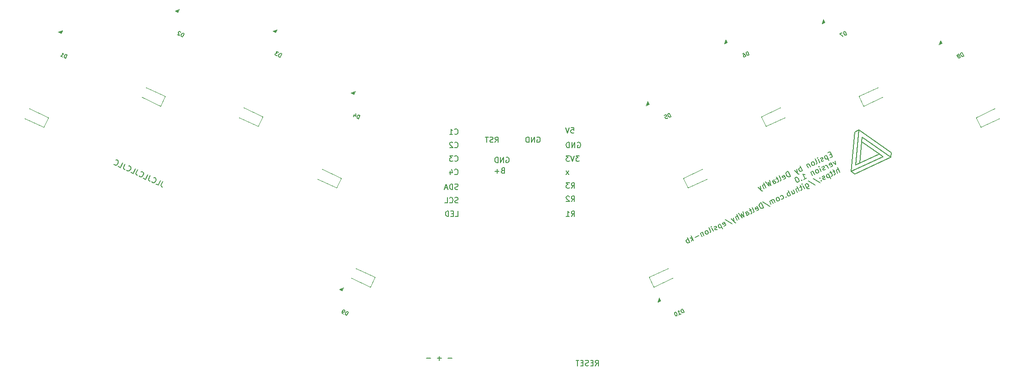
<source format=gbo>
%TF.GenerationSoftware,KiCad,Pcbnew,7.0.5*%
%TF.CreationDate,2023-06-04T15:55:19-04:00*%
%TF.ProjectId,epsilon-kb,65707369-6c6f-46e2-9d6b-622e6b696361,rev?*%
%TF.SameCoordinates,Original*%
%TF.FileFunction,Legend,Bot*%
%TF.FilePolarity,Positive*%
%FSLAX46Y46*%
G04 Gerber Fmt 4.6, Leading zero omitted, Abs format (unit mm)*
G04 Created by KiCad (PCBNEW 7.0.5) date 2023-06-04 15:55:19*
%MOMM*%
%LPD*%
G01*
G04 APERTURE LIST*
%ADD10C,0.174999*%
%ADD11C,0.150000*%
%ADD12C,0.100000*%
%ADD13C,0.120000*%
G04 APERTURE END LIST*
D10*
X214955436Y-86994739D02*
X214882473Y-87828711D01*
X220289323Y-90729566D02*
X220362285Y-89895594D01*
X214342640Y-85680593D02*
X213583917Y-86034391D01*
X213629201Y-93835232D02*
X220289323Y-90729566D01*
X212943441Y-93355058D02*
X218844839Y-90603191D01*
X212943441Y-93355058D02*
X213629201Y-93835232D01*
X220289323Y-90729566D02*
X214955436Y-86994739D01*
X218159081Y-90123016D02*
X218844839Y-90603191D01*
X214882473Y-87828711D02*
X214533848Y-91813489D01*
X220362285Y-89895594D02*
X214342640Y-85680593D01*
X218159081Y-90123016D02*
X214882473Y-87828711D01*
X213583917Y-86034391D02*
X212943441Y-93355058D01*
X213775127Y-92167288D02*
X218159081Y-90123016D01*
X214342640Y-85680593D02*
X213775127Y-92167288D01*
D11*
X160515350Y-93954819D02*
X159991541Y-93288152D01*
X160515350Y-93288152D02*
X159991541Y-93954819D01*
X134880951Y-128073866D02*
X134119047Y-128073866D01*
X139341792Y-86359580D02*
X139389411Y-86407200D01*
X139389411Y-86407200D02*
X139532268Y-86454819D01*
X139532268Y-86454819D02*
X139627506Y-86454819D01*
X139627506Y-86454819D02*
X139770363Y-86407200D01*
X139770363Y-86407200D02*
X139865601Y-86311961D01*
X139865601Y-86311961D02*
X139913220Y-86216723D01*
X139913220Y-86216723D02*
X139960839Y-86026247D01*
X139960839Y-86026247D02*
X139960839Y-85883390D01*
X139960839Y-85883390D02*
X139913220Y-85692914D01*
X139913220Y-85692914D02*
X139865601Y-85597676D01*
X139865601Y-85597676D02*
X139770363Y-85502438D01*
X139770363Y-85502438D02*
X139627506Y-85454819D01*
X139627506Y-85454819D02*
X139532268Y-85454819D01*
X139532268Y-85454819D02*
X139389411Y-85502438D01*
X139389411Y-85502438D02*
X139341792Y-85550057D01*
X138389411Y-86454819D02*
X138960839Y-86454819D01*
X138675125Y-86454819D02*
X138675125Y-85454819D01*
X138675125Y-85454819D02*
X138770363Y-85597676D01*
X138770363Y-85597676D02*
X138865601Y-85692914D01*
X138865601Y-85692914D02*
X138960839Y-85740533D01*
X209235202Y-90120646D02*
X208933100Y-90261519D01*
X209024999Y-90796625D02*
X209456574Y-90595379D01*
X209456574Y-90595379D02*
X209033955Y-89689071D01*
X209033955Y-89689071D02*
X208602380Y-89890318D01*
X208354835Y-90373542D02*
X208777454Y-91279850D01*
X208374960Y-90416700D02*
X208268520Y-90413792D01*
X208268520Y-90413792D02*
X208095890Y-90494290D01*
X208095890Y-90494290D02*
X208029700Y-90577697D01*
X208029700Y-90577697D02*
X208006667Y-90640979D01*
X208006667Y-90640979D02*
X208003759Y-90747419D01*
X208003759Y-90747419D02*
X208124507Y-91006364D01*
X208124507Y-91006364D02*
X208207914Y-91072555D01*
X208207914Y-91072555D02*
X208271196Y-91095587D01*
X208271196Y-91095587D02*
X208377636Y-91098496D01*
X208377636Y-91098496D02*
X208550266Y-91017997D01*
X208550266Y-91017997D02*
X208616456Y-90934590D01*
X207839621Y-91296834D02*
X207773430Y-91380241D01*
X207773430Y-91380241D02*
X207600800Y-91460740D01*
X207600800Y-91460740D02*
X207494361Y-91457832D01*
X207494361Y-91457832D02*
X207410954Y-91391641D01*
X207410954Y-91391641D02*
X207390829Y-91348484D01*
X207390829Y-91348484D02*
X207393737Y-91242044D01*
X207393737Y-91242044D02*
X207459928Y-91158637D01*
X207459928Y-91158637D02*
X207589400Y-91098263D01*
X207589400Y-91098263D02*
X207655591Y-91014856D01*
X207655591Y-91014856D02*
X207658499Y-90908417D01*
X207658499Y-90908417D02*
X207638374Y-90865259D01*
X207638374Y-90865259D02*
X207554967Y-90799069D01*
X207554967Y-90799069D02*
X207448527Y-90796161D01*
X207448527Y-90796161D02*
X207319055Y-90856535D01*
X207319055Y-90856535D02*
X207252865Y-90939942D01*
X207082910Y-91702236D02*
X206801165Y-91098031D01*
X206660292Y-90795928D02*
X206723574Y-90818961D01*
X206723574Y-90818961D02*
X206700541Y-90882243D01*
X206700541Y-90882243D02*
X206637259Y-90859211D01*
X206637259Y-90859211D02*
X206660292Y-90795928D01*
X206660292Y-90795928D02*
X206700541Y-90882243D01*
X206521863Y-91963857D02*
X206588053Y-91880450D01*
X206588053Y-91880450D02*
X206590961Y-91774010D01*
X206590961Y-91774010D02*
X206228717Y-90997175D01*
X206047130Y-92185228D02*
X206113320Y-92101822D01*
X206113320Y-92101822D02*
X206136353Y-92038539D01*
X206136353Y-92038539D02*
X206139261Y-91932100D01*
X206139261Y-91932100D02*
X206018513Y-91673155D01*
X206018513Y-91673155D02*
X205935106Y-91606964D01*
X205935106Y-91606964D02*
X205871824Y-91583931D01*
X205871824Y-91583931D02*
X205765384Y-91581023D01*
X205765384Y-91581023D02*
X205635912Y-91641397D01*
X205635912Y-91641397D02*
X205569721Y-91724804D01*
X205569721Y-91724804D02*
X205546689Y-91788086D01*
X205546689Y-91788086D02*
X205543780Y-91894526D01*
X205543780Y-91894526D02*
X205664528Y-92153471D01*
X205664528Y-92153471D02*
X205747935Y-92219661D01*
X205747935Y-92219661D02*
X205811218Y-92242694D01*
X205811218Y-92242694D02*
X205917657Y-92245602D01*
X205917657Y-92245602D02*
X206047130Y-92185228D01*
X205074864Y-91903018D02*
X205356609Y-92507223D01*
X205115113Y-91989333D02*
X205051831Y-91966300D01*
X205051831Y-91966300D02*
X204945391Y-91963392D01*
X204945391Y-91963392D02*
X204815919Y-92023766D01*
X204815919Y-92023766D02*
X204749729Y-92107173D01*
X204749729Y-92107173D02*
X204746820Y-92213613D01*
X204746820Y-92213613D02*
X204968192Y-92688345D01*
X203846096Y-93211587D02*
X203423478Y-92305279D01*
X203584475Y-92650540D02*
X203478036Y-92647631D01*
X203478036Y-92647631D02*
X203305406Y-92728130D01*
X203305406Y-92728130D02*
X203239215Y-92811537D01*
X203239215Y-92811537D02*
X203216182Y-92874819D01*
X203216182Y-92874819D02*
X203213274Y-92981259D01*
X203213274Y-92981259D02*
X203334022Y-93240204D01*
X203334022Y-93240204D02*
X203417429Y-93306394D01*
X203417429Y-93306394D02*
X203480711Y-93329427D01*
X203480711Y-93329427D02*
X203587151Y-93332335D01*
X203587151Y-93332335D02*
X203759781Y-93251837D01*
X203759781Y-93251837D02*
X203825971Y-93168430D01*
X202830673Y-92949502D02*
X202896631Y-93654330D01*
X202399098Y-93150748D02*
X202896631Y-93654330D01*
X202896631Y-93654330D02*
X203083569Y-93829868D01*
X203083569Y-93829868D02*
X203146851Y-93852901D01*
X203146851Y-93852901D02*
X203253291Y-93855809D01*
X201645062Y-94237946D02*
X201222444Y-93331638D01*
X201222444Y-93331638D02*
X201006657Y-93432262D01*
X201006657Y-93432262D02*
X200897309Y-93535793D01*
X200897309Y-93535793D02*
X200851243Y-93662358D01*
X200851243Y-93662358D02*
X200848335Y-93768797D01*
X200848335Y-93768797D02*
X200885676Y-93961552D01*
X200885676Y-93961552D02*
X200946050Y-94091025D01*
X200946050Y-94091025D02*
X201069706Y-94243530D01*
X201069706Y-94243530D02*
X201153113Y-94309720D01*
X201153113Y-94309720D02*
X201279678Y-94355786D01*
X201279678Y-94355786D02*
X201429275Y-94338570D01*
X201429275Y-94338570D02*
X201645062Y-94237946D01*
X200373370Y-94778404D02*
X200479810Y-94781312D01*
X200479810Y-94781312D02*
X200652440Y-94700814D01*
X200652440Y-94700814D02*
X200718630Y-94617407D01*
X200718630Y-94617407D02*
X200721538Y-94510967D01*
X200721538Y-94510967D02*
X200560541Y-94165707D01*
X200560541Y-94165707D02*
X200477134Y-94099517D01*
X200477134Y-94099517D02*
X200370694Y-94096609D01*
X200370694Y-94096609D02*
X200198064Y-94177107D01*
X200198064Y-94177107D02*
X200131874Y-94260514D01*
X200131874Y-94260514D02*
X200128966Y-94366954D01*
X200128966Y-94366954D02*
X200169215Y-94453269D01*
X200169215Y-94453269D02*
X200641039Y-94338337D01*
X199832447Y-95083183D02*
X199898637Y-94999776D01*
X199898637Y-94999776D02*
X199901545Y-94893336D01*
X199901545Y-94893336D02*
X199539301Y-94116501D01*
X199334913Y-94579601D02*
X198989653Y-94740599D01*
X199064568Y-94337873D02*
X199426812Y-95114708D01*
X199426812Y-95114708D02*
X199423904Y-95221147D01*
X199423904Y-95221147D02*
X199357714Y-95304554D01*
X199357714Y-95304554D02*
X199271399Y-95344804D01*
X198580878Y-95666799D02*
X198359507Y-95192066D01*
X198359507Y-95192066D02*
X198362415Y-95085626D01*
X198362415Y-95085626D02*
X198428605Y-95002220D01*
X198428605Y-95002220D02*
X198601235Y-94921721D01*
X198601235Y-94921721D02*
X198707675Y-94924629D01*
X198560753Y-95623641D02*
X198667193Y-95626549D01*
X198667193Y-95626549D02*
X198882981Y-95525926D01*
X198882981Y-95525926D02*
X198949171Y-95442519D01*
X198949171Y-95442519D02*
X198952079Y-95336079D01*
X198952079Y-95336079D02*
X198911830Y-95249764D01*
X198911830Y-95249764D02*
X198828423Y-95183574D01*
X198828423Y-95183574D02*
X198721983Y-95180666D01*
X198721983Y-95180666D02*
X198506196Y-95281289D01*
X198506196Y-95281289D02*
X198399756Y-95278381D01*
X197813000Y-94921488D02*
X198019830Y-95928420D01*
X198019830Y-95928420D02*
X197545330Y-95361556D01*
X197545330Y-95361556D02*
X197674570Y-96089417D01*
X197674570Y-96089417D02*
X197036164Y-95283733D01*
X197113523Y-96351038D02*
X196690904Y-95444730D01*
X196725105Y-96532160D02*
X196503734Y-96057427D01*
X196503734Y-96057427D02*
X196506642Y-95950988D01*
X196506642Y-95950988D02*
X196572832Y-95867581D01*
X196572832Y-95867581D02*
X196702305Y-95807207D01*
X196702305Y-95807207D02*
X196808744Y-95810115D01*
X196808744Y-95810115D02*
X196872026Y-95833148D01*
X196098099Y-96088952D02*
X196164057Y-96793781D01*
X195666524Y-96290199D02*
X196164057Y-96793781D01*
X196164057Y-96793781D02*
X196350996Y-96969319D01*
X196350996Y-96969319D02*
X196414278Y-96992352D01*
X196414278Y-96992352D02*
X196520718Y-96995260D01*
X209941558Y-91410080D02*
X210007516Y-92114909D01*
X210007516Y-92114909D02*
X209509983Y-91611327D01*
X209081083Y-92494369D02*
X209187523Y-92497278D01*
X209187523Y-92497278D02*
X209360153Y-92416779D01*
X209360153Y-92416779D02*
X209426344Y-92333372D01*
X209426344Y-92333372D02*
X209429252Y-92226932D01*
X209429252Y-92226932D02*
X209268254Y-91881672D01*
X209268254Y-91881672D02*
X209184847Y-91815482D01*
X209184847Y-91815482D02*
X209078408Y-91812574D01*
X209078408Y-91812574D02*
X208905778Y-91893072D01*
X208905778Y-91893072D02*
X208839587Y-91976479D01*
X208839587Y-91976479D02*
X208836679Y-92082919D01*
X208836679Y-92082919D02*
X208876929Y-92169234D01*
X208876929Y-92169234D02*
X209348753Y-92054302D01*
X208669633Y-92738774D02*
X208387887Y-92134569D01*
X208468386Y-92307199D02*
X208384979Y-92241008D01*
X208384979Y-92241008D02*
X208321697Y-92217976D01*
X208321697Y-92217976D02*
X208215257Y-92215067D01*
X208215257Y-92215067D02*
X208128942Y-92255317D01*
X208131618Y-92937113D02*
X208065427Y-93020520D01*
X208065427Y-93020520D02*
X207892797Y-93101018D01*
X207892797Y-93101018D02*
X207786358Y-93098110D01*
X207786358Y-93098110D02*
X207702951Y-93031920D01*
X207702951Y-93031920D02*
X207682826Y-92988762D01*
X207682826Y-92988762D02*
X207685734Y-92882323D01*
X207685734Y-92882323D02*
X207751925Y-92798916D01*
X207751925Y-92798916D02*
X207881397Y-92738542D01*
X207881397Y-92738542D02*
X207947587Y-92655135D01*
X207947587Y-92655135D02*
X207950496Y-92548695D01*
X207950496Y-92548695D02*
X207930371Y-92505538D01*
X207930371Y-92505538D02*
X207846964Y-92439347D01*
X207846964Y-92439347D02*
X207740524Y-92436439D01*
X207740524Y-92436439D02*
X207611052Y-92496813D01*
X207611052Y-92496813D02*
X207544861Y-92580220D01*
X207374907Y-93342514D02*
X207093161Y-92738309D01*
X206952289Y-92436207D02*
X207015571Y-92459240D01*
X207015571Y-92459240D02*
X206992538Y-92522522D01*
X206992538Y-92522522D02*
X206929256Y-92499489D01*
X206929256Y-92499489D02*
X206952289Y-92436207D01*
X206952289Y-92436207D02*
X206992538Y-92522522D01*
X206813860Y-93604135D02*
X206880050Y-93520728D01*
X206880050Y-93520728D02*
X206903083Y-93457446D01*
X206903083Y-93457446D02*
X206905991Y-93351006D01*
X206905991Y-93351006D02*
X206785243Y-93092061D01*
X206785243Y-93092061D02*
X206701836Y-93025871D01*
X206701836Y-93025871D02*
X206638554Y-93002838D01*
X206638554Y-93002838D02*
X206532114Y-92999930D01*
X206532114Y-92999930D02*
X206402642Y-93060304D01*
X206402642Y-93060304D02*
X206336451Y-93143711D01*
X206336451Y-93143711D02*
X206313418Y-93206993D01*
X206313418Y-93206993D02*
X206310510Y-93313433D01*
X206310510Y-93313433D02*
X206431258Y-93572378D01*
X206431258Y-93572378D02*
X206514665Y-93638568D01*
X206514665Y-93638568D02*
X206577947Y-93661601D01*
X206577947Y-93661601D02*
X206684387Y-93664509D01*
X206684387Y-93664509D02*
X206813860Y-93604135D01*
X205841594Y-93321925D02*
X206123339Y-93926130D01*
X205881843Y-93408240D02*
X205818561Y-93385207D01*
X205818561Y-93385207D02*
X205712121Y-93382299D01*
X205712121Y-93382299D02*
X205582649Y-93442673D01*
X205582649Y-93442673D02*
X205516458Y-93526080D01*
X205516458Y-93526080D02*
X205513550Y-93632519D01*
X205513550Y-93632519D02*
X205734922Y-94107252D01*
X204138093Y-94851865D02*
X204655984Y-94610369D01*
X204397039Y-94731117D02*
X203974420Y-93824810D01*
X203974420Y-93824810D02*
X204121109Y-93914033D01*
X204121109Y-93914033D02*
X204247674Y-93960098D01*
X204247674Y-93960098D02*
X204354113Y-93963007D01*
X203709426Y-94946672D02*
X203686394Y-95009955D01*
X203686394Y-95009955D02*
X203749676Y-95032988D01*
X203749676Y-95032988D02*
X203772709Y-94969705D01*
X203772709Y-94969705D02*
X203709426Y-94946672D01*
X203709426Y-94946672D02*
X203749676Y-95032988D01*
X202722853Y-94408425D02*
X202636538Y-94448674D01*
X202636538Y-94448674D02*
X202570347Y-94532081D01*
X202570347Y-94532081D02*
X202547315Y-94595363D01*
X202547315Y-94595363D02*
X202544406Y-94701803D01*
X202544406Y-94701803D02*
X202581748Y-94894558D01*
X202581748Y-94894558D02*
X202682371Y-95110345D01*
X202682371Y-95110345D02*
X202806027Y-95262851D01*
X202806027Y-95262851D02*
X202889434Y-95329041D01*
X202889434Y-95329041D02*
X202952716Y-95352074D01*
X202952716Y-95352074D02*
X203059156Y-95354982D01*
X203059156Y-95354982D02*
X203145471Y-95314733D01*
X203145471Y-95314733D02*
X203211661Y-95231326D01*
X203211661Y-95231326D02*
X203234694Y-95168044D01*
X203234694Y-95168044D02*
X203237602Y-95061604D01*
X203237602Y-95061604D02*
X203200261Y-94868849D01*
X203200261Y-94868849D02*
X203099638Y-94653062D01*
X203099638Y-94653062D02*
X202975982Y-94500556D01*
X202975982Y-94500556D02*
X202892575Y-94434366D01*
X202892575Y-94434366D02*
X202829292Y-94411333D01*
X202829292Y-94411333D02*
X202722853Y-94408425D01*
X210817404Y-93513691D02*
X210394785Y-92607383D01*
X210428986Y-93694813D02*
X210207615Y-93220080D01*
X210207615Y-93220080D02*
X210210523Y-93113640D01*
X210210523Y-93113640D02*
X210276713Y-93030233D01*
X210276713Y-93030233D02*
X210406186Y-92969859D01*
X210406186Y-92969859D02*
X210512625Y-92972768D01*
X210512625Y-92972768D02*
X210575908Y-92995800D01*
X209845138Y-93231480D02*
X209499878Y-93392478D01*
X209574793Y-92989752D02*
X209937037Y-93766587D01*
X209937037Y-93766587D02*
X209934129Y-93873027D01*
X209934129Y-93873027D02*
X209867938Y-93956434D01*
X209867938Y-93956434D02*
X209781623Y-93996683D01*
X209327247Y-93472977D02*
X208981987Y-93633974D01*
X209056902Y-93231248D02*
X209419146Y-94008083D01*
X209419146Y-94008083D02*
X209416238Y-94114523D01*
X209416238Y-94114523D02*
X209350048Y-94197930D01*
X209350048Y-94197930D02*
X209263733Y-94238179D01*
X208679884Y-93774847D02*
X209102502Y-94681155D01*
X208700009Y-93818005D02*
X208593569Y-93815096D01*
X208593569Y-93815096D02*
X208420939Y-93895595D01*
X208420939Y-93895595D02*
X208354749Y-93979002D01*
X208354749Y-93979002D02*
X208331716Y-94042284D01*
X208331716Y-94042284D02*
X208328808Y-94148724D01*
X208328808Y-94148724D02*
X208449556Y-94407669D01*
X208449556Y-94407669D02*
X208532963Y-94473859D01*
X208532963Y-94473859D02*
X208596245Y-94496892D01*
X208596245Y-94496892D02*
X208702685Y-94499800D01*
X208702685Y-94499800D02*
X208875315Y-94419302D01*
X208875315Y-94419302D02*
X208941505Y-94335895D01*
X208164670Y-94698139D02*
X208098479Y-94781546D01*
X208098479Y-94781546D02*
X207925849Y-94862045D01*
X207925849Y-94862045D02*
X207819410Y-94859136D01*
X207819410Y-94859136D02*
X207736003Y-94792946D01*
X207736003Y-94792946D02*
X207715878Y-94749789D01*
X207715878Y-94749789D02*
X207718786Y-94643349D01*
X207718786Y-94643349D02*
X207784977Y-94559942D01*
X207784977Y-94559942D02*
X207914449Y-94499568D01*
X207914449Y-94499568D02*
X207980639Y-94416161D01*
X207980639Y-94416161D02*
X207983548Y-94309721D01*
X207983548Y-94309721D02*
X207963423Y-94266564D01*
X207963423Y-94266564D02*
X207880016Y-94200373D01*
X207880016Y-94200373D02*
X207773576Y-94197465D01*
X207773576Y-94197465D02*
X207644104Y-94257839D01*
X207644104Y-94257839D02*
X207577913Y-94341246D01*
X207367710Y-95017226D02*
X207344677Y-95080508D01*
X207344677Y-95080508D02*
X207407959Y-95103541D01*
X207407959Y-95103541D02*
X207430992Y-95040259D01*
X207430992Y-95040259D02*
X207367710Y-95017226D01*
X207367710Y-95017226D02*
X207407959Y-95103541D01*
X207146338Y-94542493D02*
X207123305Y-94605775D01*
X207123305Y-94605775D02*
X207186588Y-94628808D01*
X207186588Y-94628808D02*
X207209620Y-94565526D01*
X207209620Y-94565526D02*
X207146338Y-94542493D01*
X207146338Y-94542493D02*
X207186588Y-94628808D01*
X205886279Y-94657192D02*
X207206480Y-95460201D01*
X204936813Y-95099935D02*
X206257015Y-95902944D01*
X204407291Y-95767190D02*
X204749410Y-96500868D01*
X204749410Y-96500868D02*
X204832817Y-96567058D01*
X204832817Y-96567058D02*
X204896099Y-96590091D01*
X204896099Y-96590091D02*
X205002539Y-96592999D01*
X205002539Y-96592999D02*
X205132011Y-96532625D01*
X205132011Y-96532625D02*
X205198202Y-96449218D01*
X204668911Y-96328238D02*
X204775351Y-96331146D01*
X204775351Y-96331146D02*
X204947981Y-96250647D01*
X204947981Y-96250647D02*
X205014172Y-96167240D01*
X205014172Y-96167240D02*
X205037204Y-96103958D01*
X205037204Y-96103958D02*
X205040113Y-95997518D01*
X205040113Y-95997518D02*
X204919364Y-95738573D01*
X204919364Y-95738573D02*
X204835958Y-95672383D01*
X204835958Y-95672383D02*
X204772675Y-95649350D01*
X204772675Y-95649350D02*
X204666236Y-95646442D01*
X204666236Y-95646442D02*
X204493606Y-95726941D01*
X204493606Y-95726941D02*
X204427415Y-95810348D01*
X204257461Y-96572642D02*
X203975715Y-95968437D01*
X203834843Y-95666334D02*
X203898125Y-95689367D01*
X203898125Y-95689367D02*
X203875092Y-95752649D01*
X203875092Y-95752649D02*
X203811810Y-95729617D01*
X203811810Y-95729617D02*
X203834843Y-95666334D01*
X203834843Y-95666334D02*
X203875092Y-95752649D01*
X203673613Y-96109310D02*
X203328353Y-96270307D01*
X203403268Y-95867581D02*
X203765512Y-96644416D01*
X203765512Y-96644416D02*
X203762604Y-96750856D01*
X203762604Y-96750856D02*
X203696414Y-96834263D01*
X203696414Y-96834263D02*
X203610099Y-96874512D01*
X203307996Y-97015385D02*
X202885377Y-96109077D01*
X202919578Y-97196507D02*
X202698207Y-96721775D01*
X202698207Y-96721775D02*
X202701115Y-96615335D01*
X202701115Y-96615335D02*
X202767305Y-96531928D01*
X202767305Y-96531928D02*
X202896778Y-96471554D01*
X202896778Y-96471554D02*
X203003217Y-96474462D01*
X203003217Y-96474462D02*
X203066500Y-96497495D01*
X201817840Y-96974671D02*
X202099585Y-97578876D01*
X202206257Y-96793549D02*
X202427629Y-97268281D01*
X202427629Y-97268281D02*
X202424721Y-97374721D01*
X202424721Y-97374721D02*
X202358530Y-97458128D01*
X202358530Y-97458128D02*
X202229058Y-97518502D01*
X202229058Y-97518502D02*
X202122618Y-97515594D01*
X202122618Y-97515594D02*
X202059336Y-97492561D01*
X201668010Y-97780123D02*
X201245392Y-96873815D01*
X201406389Y-97219075D02*
X201299949Y-97216167D01*
X201299949Y-97216167D02*
X201127319Y-97296666D01*
X201127319Y-97296666D02*
X201061129Y-97380073D01*
X201061129Y-97380073D02*
X201038096Y-97443355D01*
X201038096Y-97443355D02*
X201035188Y-97549795D01*
X201035188Y-97549795D02*
X201155936Y-97808740D01*
X201155936Y-97808740D02*
X201239343Y-97874930D01*
X201239343Y-97874930D02*
X201302625Y-97897963D01*
X201302625Y-97897963D02*
X201409065Y-97900871D01*
X201409065Y-97900871D02*
X201581695Y-97820372D01*
X201581695Y-97820372D02*
X201647885Y-97736965D01*
X200807768Y-98076177D02*
X200784735Y-98139459D01*
X200784735Y-98139459D02*
X200848017Y-98162492D01*
X200848017Y-98162492D02*
X200871050Y-98099210D01*
X200871050Y-98099210D02*
X200807768Y-98076177D01*
X200807768Y-98076177D02*
X200848017Y-98162492D01*
X200007900Y-98501703D02*
X200114340Y-98504611D01*
X200114340Y-98504611D02*
X200286970Y-98424113D01*
X200286970Y-98424113D02*
X200353160Y-98340706D01*
X200353160Y-98340706D02*
X200376193Y-98277423D01*
X200376193Y-98277423D02*
X200379101Y-98170984D01*
X200379101Y-98170984D02*
X200258353Y-97912039D01*
X200258353Y-97912039D02*
X200174946Y-97845848D01*
X200174946Y-97845848D02*
X200111664Y-97822815D01*
X200111664Y-97822815D02*
X200005224Y-97819907D01*
X200005224Y-97819907D02*
X199832594Y-97900406D01*
X199832594Y-97900406D02*
X199766404Y-97983813D01*
X199510135Y-98786357D02*
X199576325Y-98702950D01*
X199576325Y-98702950D02*
X199599358Y-98639668D01*
X199599358Y-98639668D02*
X199602266Y-98533228D01*
X199602266Y-98533228D02*
X199481518Y-98274283D01*
X199481518Y-98274283D02*
X199398111Y-98208093D01*
X199398111Y-98208093D02*
X199334829Y-98185060D01*
X199334829Y-98185060D02*
X199228389Y-98182152D01*
X199228389Y-98182152D02*
X199098916Y-98242526D01*
X199098916Y-98242526D02*
X199032726Y-98325933D01*
X199032726Y-98325933D02*
X199009693Y-98389215D01*
X199009693Y-98389215D02*
X199006785Y-98495654D01*
X199006785Y-98495654D02*
X199127533Y-98754600D01*
X199127533Y-98754600D02*
X199210940Y-98820790D01*
X199210940Y-98820790D02*
X199274222Y-98843823D01*
X199274222Y-98843823D02*
X199380662Y-98846731D01*
X199380662Y-98846731D02*
X199510135Y-98786357D01*
X198819614Y-99108352D02*
X198537869Y-98504147D01*
X198578118Y-98590462D02*
X198514836Y-98567429D01*
X198514836Y-98567429D02*
X198408396Y-98564521D01*
X198408396Y-98564521D02*
X198278924Y-98624895D01*
X198278924Y-98624895D02*
X198212733Y-98708301D01*
X198212733Y-98708301D02*
X198209825Y-98814741D01*
X198209825Y-98814741D02*
X198431197Y-99289474D01*
X198209825Y-98814741D02*
X198126418Y-98748551D01*
X198126418Y-98748551D02*
X198019979Y-98745643D01*
X198019979Y-98745643D02*
X197890506Y-98806017D01*
X197890506Y-98806017D02*
X197824316Y-98889424D01*
X197824316Y-98889424D02*
X197821407Y-98995863D01*
X197821407Y-98995863D02*
X198042779Y-99470596D01*
X196521098Y-99024247D02*
X197841300Y-99827256D01*
X196661739Y-100114586D02*
X196239121Y-99208278D01*
X196239121Y-99208278D02*
X196023333Y-99308901D01*
X196023333Y-99308901D02*
X195913985Y-99412433D01*
X195913985Y-99412433D02*
X195867919Y-99538997D01*
X195867919Y-99538997D02*
X195865011Y-99645437D01*
X195865011Y-99645437D02*
X195902353Y-99838192D01*
X195902353Y-99838192D02*
X195962727Y-99967664D01*
X195962727Y-99967664D02*
X196086383Y-100120169D01*
X196086383Y-100120169D02*
X196169790Y-100186360D01*
X196169790Y-100186360D02*
X196296354Y-100232425D01*
X196296354Y-100232425D02*
X196445951Y-100215209D01*
X196445951Y-100215209D02*
X196661739Y-100114586D01*
X195390046Y-100655044D02*
X195496486Y-100657952D01*
X195496486Y-100657952D02*
X195669116Y-100577453D01*
X195669116Y-100577453D02*
X195735306Y-100494046D01*
X195735306Y-100494046D02*
X195738215Y-100387607D01*
X195738215Y-100387607D02*
X195577217Y-100042346D01*
X195577217Y-100042346D02*
X195493810Y-99976156D01*
X195493810Y-99976156D02*
X195387371Y-99973248D01*
X195387371Y-99973248D02*
X195214740Y-100053747D01*
X195214740Y-100053747D02*
X195148550Y-100137154D01*
X195148550Y-100137154D02*
X195145642Y-100243593D01*
X195145642Y-100243593D02*
X195185891Y-100329908D01*
X195185891Y-100329908D02*
X195657716Y-100214977D01*
X194849123Y-100959822D02*
X194915314Y-100876415D01*
X194915314Y-100876415D02*
X194918222Y-100769976D01*
X194918222Y-100769976D02*
X194555977Y-99993140D01*
X194351590Y-100456241D02*
X194006330Y-100617238D01*
X194081244Y-100214512D02*
X194443489Y-100991347D01*
X194443489Y-100991347D02*
X194440580Y-101097787D01*
X194440580Y-101097787D02*
X194374390Y-101181194D01*
X194374390Y-101181194D02*
X194288075Y-101221443D01*
X193597554Y-101543438D02*
X193376183Y-101068706D01*
X193376183Y-101068706D02*
X193379091Y-100962266D01*
X193379091Y-100962266D02*
X193445281Y-100878859D01*
X193445281Y-100878859D02*
X193617912Y-100798360D01*
X193617912Y-100798360D02*
X193724351Y-100801268D01*
X193577430Y-101500281D02*
X193683869Y-101503189D01*
X193683869Y-101503189D02*
X193899657Y-101402565D01*
X193899657Y-101402565D02*
X193965847Y-101319159D01*
X193965847Y-101319159D02*
X193968756Y-101212719D01*
X193968756Y-101212719D02*
X193928506Y-101126404D01*
X193928506Y-101126404D02*
X193845099Y-101060213D01*
X193845099Y-101060213D02*
X193738660Y-101057305D01*
X193738660Y-101057305D02*
X193522872Y-101157929D01*
X193522872Y-101157929D02*
X193416432Y-101155021D01*
X192829676Y-100798128D02*
X193036507Y-101805059D01*
X193036507Y-101805059D02*
X192562006Y-101238195D01*
X192562006Y-101238195D02*
X192691247Y-101966056D01*
X192691247Y-101966056D02*
X192052841Y-101160372D01*
X192130199Y-102227677D02*
X191707581Y-101321369D01*
X191741781Y-102408799D02*
X191520410Y-101934067D01*
X191520410Y-101934067D02*
X191523318Y-101827627D01*
X191523318Y-101827627D02*
X191589508Y-101744220D01*
X191589508Y-101744220D02*
X191718981Y-101683846D01*
X191718981Y-101683846D02*
X191825421Y-101686754D01*
X191825421Y-101686754D02*
X191888703Y-101709787D01*
X191114776Y-101965592D02*
X191180734Y-102670420D01*
X190683201Y-102166838D02*
X191180734Y-102670420D01*
X191180734Y-102670420D02*
X191367672Y-102845958D01*
X191367672Y-102845958D02*
X191430954Y-102868991D01*
X191430954Y-102868991D02*
X191537394Y-102871899D01*
X189529580Y-102284446D02*
X190849782Y-103087455D01*
X189304836Y-103492624D02*
X189411275Y-103495532D01*
X189411275Y-103495532D02*
X189583905Y-103415033D01*
X189583905Y-103415033D02*
X189650096Y-103331627D01*
X189650096Y-103331627D02*
X189653004Y-103225187D01*
X189653004Y-103225187D02*
X189492007Y-102879927D01*
X189492007Y-102879927D02*
X189408600Y-102813736D01*
X189408600Y-102813736D02*
X189302160Y-102810828D01*
X189302160Y-102810828D02*
X189129530Y-102891327D01*
X189129530Y-102891327D02*
X189063340Y-102974734D01*
X189063340Y-102974734D02*
X189060431Y-103081174D01*
X189060431Y-103081174D02*
X189100681Y-103167489D01*
X189100681Y-103167489D02*
X189572505Y-103052557D01*
X188611640Y-103132823D02*
X189034258Y-104039131D01*
X188631764Y-103175981D02*
X188525325Y-103173073D01*
X188525325Y-103173073D02*
X188352695Y-103253571D01*
X188352695Y-103253571D02*
X188286504Y-103336978D01*
X188286504Y-103336978D02*
X188263471Y-103400260D01*
X188263471Y-103400260D02*
X188260563Y-103506700D01*
X188260563Y-103506700D02*
X188381311Y-103765645D01*
X188381311Y-103765645D02*
X188464718Y-103831835D01*
X188464718Y-103831835D02*
X188528000Y-103854868D01*
X188528000Y-103854868D02*
X188634440Y-103857776D01*
X188634440Y-103857776D02*
X188807070Y-103777278D01*
X188807070Y-103777278D02*
X188873260Y-103693871D01*
X188096425Y-104056115D02*
X188030235Y-104139522D01*
X188030235Y-104139522D02*
X187857605Y-104220021D01*
X187857605Y-104220021D02*
X187751165Y-104217113D01*
X187751165Y-104217113D02*
X187667758Y-104150922D01*
X187667758Y-104150922D02*
X187647633Y-104107765D01*
X187647633Y-104107765D02*
X187650542Y-104001325D01*
X187650542Y-104001325D02*
X187716732Y-103917918D01*
X187716732Y-103917918D02*
X187846204Y-103857544D01*
X187846204Y-103857544D02*
X187912395Y-103774137D01*
X187912395Y-103774137D02*
X187915303Y-103667697D01*
X187915303Y-103667697D02*
X187895178Y-103624540D01*
X187895178Y-103624540D02*
X187811771Y-103558350D01*
X187811771Y-103558350D02*
X187705332Y-103555441D01*
X187705332Y-103555441D02*
X187575859Y-103615816D01*
X187575859Y-103615816D02*
X187509669Y-103699222D01*
X187339714Y-104461517D02*
X187057969Y-103857312D01*
X186917096Y-103555209D02*
X186980378Y-103578242D01*
X186980378Y-103578242D02*
X186957345Y-103641524D01*
X186957345Y-103641524D02*
X186894063Y-103618491D01*
X186894063Y-103618491D02*
X186917096Y-103555209D01*
X186917096Y-103555209D02*
X186957345Y-103641524D01*
X186778667Y-104723138D02*
X186844857Y-104639731D01*
X186844857Y-104639731D02*
X186847766Y-104533291D01*
X186847766Y-104533291D02*
X186485521Y-103756456D01*
X186303934Y-104944509D02*
X186370124Y-104861102D01*
X186370124Y-104861102D02*
X186393157Y-104797820D01*
X186393157Y-104797820D02*
X186396065Y-104691380D01*
X186396065Y-104691380D02*
X186275317Y-104432435D01*
X186275317Y-104432435D02*
X186191910Y-104366245D01*
X186191910Y-104366245D02*
X186128628Y-104343212D01*
X186128628Y-104343212D02*
X186022189Y-104340304D01*
X186022189Y-104340304D02*
X185892716Y-104400678D01*
X185892716Y-104400678D02*
X185826526Y-104484085D01*
X185826526Y-104484085D02*
X185803493Y-104547367D01*
X185803493Y-104547367D02*
X185800585Y-104653807D01*
X185800585Y-104653807D02*
X185921333Y-104912752D01*
X185921333Y-104912752D02*
X186004740Y-104978942D01*
X186004740Y-104978942D02*
X186068022Y-105001975D01*
X186068022Y-105001975D02*
X186174461Y-105004883D01*
X186174461Y-105004883D02*
X186303934Y-104944509D01*
X185331668Y-104662299D02*
X185613414Y-105266504D01*
X185371918Y-104748614D02*
X185308635Y-104725581D01*
X185308635Y-104725581D02*
X185202196Y-104722673D01*
X185202196Y-104722673D02*
X185072723Y-104783047D01*
X185072723Y-104783047D02*
X185006533Y-104866454D01*
X185006533Y-104866454D02*
X185003625Y-104972894D01*
X185003625Y-104972894D02*
X185224996Y-105447626D01*
X184632423Y-105303613D02*
X183941903Y-105625608D01*
X183671326Y-106172115D02*
X183248707Y-105265807D01*
X183424013Y-105867104D02*
X183326066Y-106333112D01*
X183044320Y-105728907D02*
X183550578Y-105913170D01*
X182937648Y-106514234D02*
X182515030Y-105607926D01*
X182676027Y-105953187D02*
X182569587Y-105950278D01*
X182569587Y-105950278D02*
X182396957Y-106030777D01*
X182396957Y-106030777D02*
X182330767Y-106114184D01*
X182330767Y-106114184D02*
X182307734Y-106177466D01*
X182307734Y-106177466D02*
X182304826Y-106283906D01*
X182304826Y-106283906D02*
X182425574Y-106542851D01*
X182425574Y-106542851D02*
X182508981Y-106609041D01*
X182508981Y-106609041D02*
X182572263Y-106632074D01*
X182572263Y-106632074D02*
X182678703Y-106634982D01*
X182678703Y-106634982D02*
X182851333Y-106554484D01*
X182851333Y-106554484D02*
X182917523Y-106471077D01*
X139341792Y-93859580D02*
X139389411Y-93907200D01*
X139389411Y-93907200D02*
X139532268Y-93954819D01*
X139532268Y-93954819D02*
X139627506Y-93954819D01*
X139627506Y-93954819D02*
X139770363Y-93907200D01*
X139770363Y-93907200D02*
X139865601Y-93811961D01*
X139865601Y-93811961D02*
X139913220Y-93716723D01*
X139913220Y-93716723D02*
X139960839Y-93526247D01*
X139960839Y-93526247D02*
X139960839Y-93383390D01*
X139960839Y-93383390D02*
X139913220Y-93192914D01*
X139913220Y-93192914D02*
X139865601Y-93097676D01*
X139865601Y-93097676D02*
X139770363Y-93002438D01*
X139770363Y-93002438D02*
X139627506Y-92954819D01*
X139627506Y-92954819D02*
X139532268Y-92954819D01*
X139532268Y-92954819D02*
X139389411Y-93002438D01*
X139389411Y-93002438D02*
X139341792Y-93050057D01*
X138484649Y-93288152D02*
X138484649Y-93954819D01*
X138722744Y-92907200D02*
X138960839Y-93621485D01*
X138960839Y-93621485D02*
X138341792Y-93621485D01*
X139960839Y-99157200D02*
X139817982Y-99204819D01*
X139817982Y-99204819D02*
X139579887Y-99204819D01*
X139579887Y-99204819D02*
X139484649Y-99157200D01*
X139484649Y-99157200D02*
X139437030Y-99109580D01*
X139437030Y-99109580D02*
X139389411Y-99014342D01*
X139389411Y-99014342D02*
X139389411Y-98919104D01*
X139389411Y-98919104D02*
X139437030Y-98823866D01*
X139437030Y-98823866D02*
X139484649Y-98776247D01*
X139484649Y-98776247D02*
X139579887Y-98728628D01*
X139579887Y-98728628D02*
X139770363Y-98681009D01*
X139770363Y-98681009D02*
X139865601Y-98633390D01*
X139865601Y-98633390D02*
X139913220Y-98585771D01*
X139913220Y-98585771D02*
X139960839Y-98490533D01*
X139960839Y-98490533D02*
X139960839Y-98395295D01*
X139960839Y-98395295D02*
X139913220Y-98300057D01*
X139913220Y-98300057D02*
X139865601Y-98252438D01*
X139865601Y-98252438D02*
X139770363Y-98204819D01*
X139770363Y-98204819D02*
X139532268Y-98204819D01*
X139532268Y-98204819D02*
X139389411Y-98252438D01*
X138389411Y-99109580D02*
X138437030Y-99157200D01*
X138437030Y-99157200D02*
X138579887Y-99204819D01*
X138579887Y-99204819D02*
X138675125Y-99204819D01*
X138675125Y-99204819D02*
X138817982Y-99157200D01*
X138817982Y-99157200D02*
X138913220Y-99061961D01*
X138913220Y-99061961D02*
X138960839Y-98966723D01*
X138960839Y-98966723D02*
X139008458Y-98776247D01*
X139008458Y-98776247D02*
X139008458Y-98633390D01*
X139008458Y-98633390D02*
X138960839Y-98442914D01*
X138960839Y-98442914D02*
X138913220Y-98347676D01*
X138913220Y-98347676D02*
X138817982Y-98252438D01*
X138817982Y-98252438D02*
X138675125Y-98204819D01*
X138675125Y-98204819D02*
X138579887Y-98204819D01*
X138579887Y-98204819D02*
X138437030Y-98252438D01*
X138437030Y-98252438D02*
X138389411Y-98300057D01*
X137484649Y-99204819D02*
X137960839Y-99204819D01*
X137960839Y-99204819D02*
X137960839Y-98204819D01*
X154634398Y-87002438D02*
X154729636Y-86954819D01*
X154729636Y-86954819D02*
X154872493Y-86954819D01*
X154872493Y-86954819D02*
X155015350Y-87002438D01*
X155015350Y-87002438D02*
X155110588Y-87097676D01*
X155110588Y-87097676D02*
X155158207Y-87192914D01*
X155158207Y-87192914D02*
X155205826Y-87383390D01*
X155205826Y-87383390D02*
X155205826Y-87526247D01*
X155205826Y-87526247D02*
X155158207Y-87716723D01*
X155158207Y-87716723D02*
X155110588Y-87811961D01*
X155110588Y-87811961D02*
X155015350Y-87907200D01*
X155015350Y-87907200D02*
X154872493Y-87954819D01*
X154872493Y-87954819D02*
X154777255Y-87954819D01*
X154777255Y-87954819D02*
X154634398Y-87907200D01*
X154634398Y-87907200D02*
X154586779Y-87859580D01*
X154586779Y-87859580D02*
X154586779Y-87526247D01*
X154586779Y-87526247D02*
X154777255Y-87526247D01*
X154158207Y-87954819D02*
X154158207Y-86954819D01*
X154158207Y-86954819D02*
X153586779Y-87954819D01*
X153586779Y-87954819D02*
X153586779Y-86954819D01*
X153110588Y-87954819D02*
X153110588Y-86954819D01*
X153110588Y-86954819D02*
X152872493Y-86954819D01*
X152872493Y-86954819D02*
X152729636Y-87002438D01*
X152729636Y-87002438D02*
X152634398Y-87097676D01*
X152634398Y-87097676D02*
X152586779Y-87192914D01*
X152586779Y-87192914D02*
X152539160Y-87383390D01*
X152539160Y-87383390D02*
X152539160Y-87526247D01*
X152539160Y-87526247D02*
X152586779Y-87716723D01*
X152586779Y-87716723D02*
X152634398Y-87811961D01*
X152634398Y-87811961D02*
X152729636Y-87907200D01*
X152729636Y-87907200D02*
X152872493Y-87954819D01*
X152872493Y-87954819D02*
X153110588Y-87954819D01*
X148265350Y-93181009D02*
X148122493Y-93228628D01*
X148122493Y-93228628D02*
X148074874Y-93276247D01*
X148074874Y-93276247D02*
X148027255Y-93371485D01*
X148027255Y-93371485D02*
X148027255Y-93514342D01*
X148027255Y-93514342D02*
X148074874Y-93609580D01*
X148074874Y-93609580D02*
X148122493Y-93657200D01*
X148122493Y-93657200D02*
X148217731Y-93704819D01*
X148217731Y-93704819D02*
X148598683Y-93704819D01*
X148598683Y-93704819D02*
X148598683Y-92704819D01*
X148598683Y-92704819D02*
X148265350Y-92704819D01*
X148265350Y-92704819D02*
X148170112Y-92752438D01*
X148170112Y-92752438D02*
X148122493Y-92800057D01*
X148122493Y-92800057D02*
X148074874Y-92895295D01*
X148074874Y-92895295D02*
X148074874Y-92990533D01*
X148074874Y-92990533D02*
X148122493Y-93085771D01*
X148122493Y-93085771D02*
X148170112Y-93133390D01*
X148170112Y-93133390D02*
X148265350Y-93181009D01*
X148265350Y-93181009D02*
X148598683Y-93181009D01*
X147598683Y-93323866D02*
X146836779Y-93323866D01*
X147217731Y-93704819D02*
X147217731Y-92942914D01*
X139960839Y-96657200D02*
X139817982Y-96704819D01*
X139817982Y-96704819D02*
X139579887Y-96704819D01*
X139579887Y-96704819D02*
X139484649Y-96657200D01*
X139484649Y-96657200D02*
X139437030Y-96609580D01*
X139437030Y-96609580D02*
X139389411Y-96514342D01*
X139389411Y-96514342D02*
X139389411Y-96419104D01*
X139389411Y-96419104D02*
X139437030Y-96323866D01*
X139437030Y-96323866D02*
X139484649Y-96276247D01*
X139484649Y-96276247D02*
X139579887Y-96228628D01*
X139579887Y-96228628D02*
X139770363Y-96181009D01*
X139770363Y-96181009D02*
X139865601Y-96133390D01*
X139865601Y-96133390D02*
X139913220Y-96085771D01*
X139913220Y-96085771D02*
X139960839Y-95990533D01*
X139960839Y-95990533D02*
X139960839Y-95895295D01*
X139960839Y-95895295D02*
X139913220Y-95800057D01*
X139913220Y-95800057D02*
X139865601Y-95752438D01*
X139865601Y-95752438D02*
X139770363Y-95704819D01*
X139770363Y-95704819D02*
X139532268Y-95704819D01*
X139532268Y-95704819D02*
X139389411Y-95752438D01*
X138960839Y-96704819D02*
X138960839Y-95704819D01*
X138960839Y-95704819D02*
X138722744Y-95704819D01*
X138722744Y-95704819D02*
X138579887Y-95752438D01*
X138579887Y-95752438D02*
X138484649Y-95847676D01*
X138484649Y-95847676D02*
X138437030Y-95942914D01*
X138437030Y-95942914D02*
X138389411Y-96133390D01*
X138389411Y-96133390D02*
X138389411Y-96276247D01*
X138389411Y-96276247D02*
X138437030Y-96466723D01*
X138437030Y-96466723D02*
X138484649Y-96561961D01*
X138484649Y-96561961D02*
X138579887Y-96657200D01*
X138579887Y-96657200D02*
X138722744Y-96704819D01*
X138722744Y-96704819D02*
X138960839Y-96704819D01*
X138008458Y-96419104D02*
X137532268Y-96419104D01*
X138103696Y-96704819D02*
X137770363Y-95704819D01*
X137770363Y-95704819D02*
X137437030Y-96704819D01*
X162467731Y-90454819D02*
X161848684Y-90454819D01*
X161848684Y-90454819D02*
X162182017Y-90835771D01*
X162182017Y-90835771D02*
X162039160Y-90835771D01*
X162039160Y-90835771D02*
X161943922Y-90883390D01*
X161943922Y-90883390D02*
X161896303Y-90931009D01*
X161896303Y-90931009D02*
X161848684Y-91026247D01*
X161848684Y-91026247D02*
X161848684Y-91264342D01*
X161848684Y-91264342D02*
X161896303Y-91359580D01*
X161896303Y-91359580D02*
X161943922Y-91407200D01*
X161943922Y-91407200D02*
X162039160Y-91454819D01*
X162039160Y-91454819D02*
X162324874Y-91454819D01*
X162324874Y-91454819D02*
X162420112Y-91407200D01*
X162420112Y-91407200D02*
X162467731Y-91359580D01*
X161562969Y-90454819D02*
X161229636Y-91454819D01*
X161229636Y-91454819D02*
X160896303Y-90454819D01*
X160658207Y-90454819D02*
X160039160Y-90454819D01*
X160039160Y-90454819D02*
X160372493Y-90835771D01*
X160372493Y-90835771D02*
X160229636Y-90835771D01*
X160229636Y-90835771D02*
X160134398Y-90883390D01*
X160134398Y-90883390D02*
X160086779Y-90931009D01*
X160086779Y-90931009D02*
X160039160Y-91026247D01*
X160039160Y-91026247D02*
X160039160Y-91264342D01*
X160039160Y-91264342D02*
X160086779Y-91359580D01*
X160086779Y-91359580D02*
X160134398Y-91407200D01*
X160134398Y-91407200D02*
X160229636Y-91454819D01*
X160229636Y-91454819D02*
X160515350Y-91454819D01*
X160515350Y-91454819D02*
X160610588Y-91407200D01*
X160610588Y-91407200D02*
X160658207Y-91359580D01*
X139341792Y-91359580D02*
X139389411Y-91407200D01*
X139389411Y-91407200D02*
X139532268Y-91454819D01*
X139532268Y-91454819D02*
X139627506Y-91454819D01*
X139627506Y-91454819D02*
X139770363Y-91407200D01*
X139770363Y-91407200D02*
X139865601Y-91311961D01*
X139865601Y-91311961D02*
X139913220Y-91216723D01*
X139913220Y-91216723D02*
X139960839Y-91026247D01*
X139960839Y-91026247D02*
X139960839Y-90883390D01*
X139960839Y-90883390D02*
X139913220Y-90692914D01*
X139913220Y-90692914D02*
X139865601Y-90597676D01*
X139865601Y-90597676D02*
X139770363Y-90502438D01*
X139770363Y-90502438D02*
X139627506Y-90454819D01*
X139627506Y-90454819D02*
X139532268Y-90454819D01*
X139532268Y-90454819D02*
X139389411Y-90502438D01*
X139389411Y-90502438D02*
X139341792Y-90550057D01*
X139008458Y-90454819D02*
X138389411Y-90454819D01*
X138389411Y-90454819D02*
X138722744Y-90835771D01*
X138722744Y-90835771D02*
X138579887Y-90835771D01*
X138579887Y-90835771D02*
X138484649Y-90883390D01*
X138484649Y-90883390D02*
X138437030Y-90931009D01*
X138437030Y-90931009D02*
X138389411Y-91026247D01*
X138389411Y-91026247D02*
X138389411Y-91264342D01*
X138389411Y-91264342D02*
X138437030Y-91359580D01*
X138437030Y-91359580D02*
X138484649Y-91407200D01*
X138484649Y-91407200D02*
X138579887Y-91454819D01*
X138579887Y-91454819D02*
X138865601Y-91454819D01*
X138865601Y-91454819D02*
X138960839Y-91407200D01*
X138960839Y-91407200D02*
X139008458Y-91359580D01*
X139341792Y-88859580D02*
X139389411Y-88907200D01*
X139389411Y-88907200D02*
X139532268Y-88954819D01*
X139532268Y-88954819D02*
X139627506Y-88954819D01*
X139627506Y-88954819D02*
X139770363Y-88907200D01*
X139770363Y-88907200D02*
X139865601Y-88811961D01*
X139865601Y-88811961D02*
X139913220Y-88716723D01*
X139913220Y-88716723D02*
X139960839Y-88526247D01*
X139960839Y-88526247D02*
X139960839Y-88383390D01*
X139960839Y-88383390D02*
X139913220Y-88192914D01*
X139913220Y-88192914D02*
X139865601Y-88097676D01*
X139865601Y-88097676D02*
X139770363Y-88002438D01*
X139770363Y-88002438D02*
X139627506Y-87954819D01*
X139627506Y-87954819D02*
X139532268Y-87954819D01*
X139532268Y-87954819D02*
X139389411Y-88002438D01*
X139389411Y-88002438D02*
X139341792Y-88050057D01*
X138960839Y-88050057D02*
X138913220Y-88002438D01*
X138913220Y-88002438D02*
X138817982Y-87954819D01*
X138817982Y-87954819D02*
X138579887Y-87954819D01*
X138579887Y-87954819D02*
X138484649Y-88002438D01*
X138484649Y-88002438D02*
X138437030Y-88050057D01*
X138437030Y-88050057D02*
X138389411Y-88145295D01*
X138389411Y-88145295D02*
X138389411Y-88240533D01*
X138389411Y-88240533D02*
X138437030Y-88383390D01*
X138437030Y-88383390D02*
X139008458Y-88954819D01*
X139008458Y-88954819D02*
X138389411Y-88954819D01*
X160943922Y-85204819D02*
X161420112Y-85204819D01*
X161420112Y-85204819D02*
X161467731Y-85681009D01*
X161467731Y-85681009D02*
X161420112Y-85633390D01*
X161420112Y-85633390D02*
X161324874Y-85585771D01*
X161324874Y-85585771D02*
X161086779Y-85585771D01*
X161086779Y-85585771D02*
X160991541Y-85633390D01*
X160991541Y-85633390D02*
X160943922Y-85681009D01*
X160943922Y-85681009D02*
X160896303Y-85776247D01*
X160896303Y-85776247D02*
X160896303Y-86014342D01*
X160896303Y-86014342D02*
X160943922Y-86109580D01*
X160943922Y-86109580D02*
X160991541Y-86157200D01*
X160991541Y-86157200D02*
X161086779Y-86204819D01*
X161086779Y-86204819D02*
X161324874Y-86204819D01*
X161324874Y-86204819D02*
X161420112Y-86157200D01*
X161420112Y-86157200D02*
X161467731Y-86109580D01*
X160610588Y-85204819D02*
X160277255Y-86204819D01*
X160277255Y-86204819D02*
X159943922Y-85204819D01*
X160991541Y-98954819D02*
X161324874Y-98478628D01*
X161562969Y-98954819D02*
X161562969Y-97954819D01*
X161562969Y-97954819D02*
X161182017Y-97954819D01*
X161182017Y-97954819D02*
X161086779Y-98002438D01*
X161086779Y-98002438D02*
X161039160Y-98050057D01*
X161039160Y-98050057D02*
X160991541Y-98145295D01*
X160991541Y-98145295D02*
X160991541Y-98288152D01*
X160991541Y-98288152D02*
X161039160Y-98383390D01*
X161039160Y-98383390D02*
X161086779Y-98431009D01*
X161086779Y-98431009D02*
X161182017Y-98478628D01*
X161182017Y-98478628D02*
X161562969Y-98478628D01*
X160610588Y-98050057D02*
X160562969Y-98002438D01*
X160562969Y-98002438D02*
X160467731Y-97954819D01*
X160467731Y-97954819D02*
X160229636Y-97954819D01*
X160229636Y-97954819D02*
X160134398Y-98002438D01*
X160134398Y-98002438D02*
X160086779Y-98050057D01*
X160086779Y-98050057D02*
X160039160Y-98145295D01*
X160039160Y-98145295D02*
X160039160Y-98240533D01*
X160039160Y-98240533D02*
X160086779Y-98383390D01*
X160086779Y-98383390D02*
X160658207Y-98954819D01*
X160658207Y-98954819D02*
X160039160Y-98954819D01*
X85166683Y-95207992D02*
X84864812Y-95855355D01*
X84864812Y-95855355D02*
X84847596Y-96004952D01*
X84847596Y-96004952D02*
X84893661Y-96131516D01*
X84893661Y-96131516D02*
X85003009Y-96235048D01*
X85003009Y-96235048D02*
X85089324Y-96275297D01*
X83880914Y-95711806D02*
X84312489Y-95913053D01*
X84312489Y-95913053D02*
X84735107Y-95006745D01*
X83101170Y-95243122D02*
X83124203Y-95306404D01*
X83124203Y-95306404D02*
X83233551Y-95409936D01*
X83233551Y-95409936D02*
X83319866Y-95450185D01*
X83319866Y-95450185D02*
X83469463Y-95467402D01*
X83469463Y-95467402D02*
X83596028Y-95421336D01*
X83596028Y-95421336D02*
X83679434Y-95355146D01*
X83679434Y-95355146D02*
X83803091Y-95202640D01*
X83803091Y-95202640D02*
X83863465Y-95073168D01*
X83863465Y-95073168D02*
X83900806Y-94880413D01*
X83900806Y-94880413D02*
X83897898Y-94773973D01*
X83897898Y-94773973D02*
X83851832Y-94647409D01*
X83851832Y-94647409D02*
X83742484Y-94543877D01*
X83742484Y-94543877D02*
X83656169Y-94503628D01*
X83656169Y-94503628D02*
X83506572Y-94486412D01*
X83506572Y-94486412D02*
X83443290Y-94509444D01*
X82836176Y-94121259D02*
X82534306Y-94768622D01*
X82534306Y-94768622D02*
X82517090Y-94918219D01*
X82517090Y-94918219D02*
X82563155Y-95044783D01*
X82563155Y-95044783D02*
X82672503Y-95148315D01*
X82672503Y-95148315D02*
X82758818Y-95188564D01*
X81550408Y-94625073D02*
X81981983Y-94826320D01*
X81981983Y-94826320D02*
X82404601Y-93920012D01*
X80770664Y-94156389D02*
X80793697Y-94219671D01*
X80793697Y-94219671D02*
X80903045Y-94323203D01*
X80903045Y-94323203D02*
X80989360Y-94363452D01*
X80989360Y-94363452D02*
X81138957Y-94380669D01*
X81138957Y-94380669D02*
X81265521Y-94334603D01*
X81265521Y-94334603D02*
X81348928Y-94268413D01*
X81348928Y-94268413D02*
X81472585Y-94115907D01*
X81472585Y-94115907D02*
X81532959Y-93986435D01*
X81532959Y-93986435D02*
X81570300Y-93793680D01*
X81570300Y-93793680D02*
X81567392Y-93687240D01*
X81567392Y-93687240D02*
X81521326Y-93560676D01*
X81521326Y-93560676D02*
X81411978Y-93457145D01*
X81411978Y-93457145D02*
X81325663Y-93416895D01*
X81325663Y-93416895D02*
X81176066Y-93399679D01*
X81176066Y-93399679D02*
X81112784Y-93422712D01*
X80505670Y-93034526D02*
X80203800Y-93681889D01*
X80203800Y-93681889D02*
X80186584Y-93831486D01*
X80186584Y-93831486D02*
X80232649Y-93958051D01*
X80232649Y-93958051D02*
X80341997Y-94061582D01*
X80341997Y-94061582D02*
X80428312Y-94101832D01*
X79219902Y-93538340D02*
X79651477Y-93739587D01*
X79651477Y-93739587D02*
X80074095Y-92833279D01*
X78440158Y-93069656D02*
X78463191Y-93132939D01*
X78463191Y-93132939D02*
X78572539Y-93236470D01*
X78572539Y-93236470D02*
X78658854Y-93276719D01*
X78658854Y-93276719D02*
X78808451Y-93293936D01*
X78808451Y-93293936D02*
X78935015Y-93247870D01*
X78935015Y-93247870D02*
X79018422Y-93181680D01*
X79018422Y-93181680D02*
X79142078Y-93029175D01*
X79142078Y-93029175D02*
X79202452Y-92899702D01*
X79202452Y-92899702D02*
X79239794Y-92706947D01*
X79239794Y-92706947D02*
X79236885Y-92600508D01*
X79236885Y-92600508D02*
X79190820Y-92473943D01*
X79190820Y-92473943D02*
X79081472Y-92370412D01*
X79081472Y-92370412D02*
X78995157Y-92330162D01*
X78995157Y-92330162D02*
X78845560Y-92312946D01*
X78845560Y-92312946D02*
X78782277Y-92335979D01*
X78175164Y-91947793D02*
X77873294Y-92595156D01*
X77873294Y-92595156D02*
X77856077Y-92744753D01*
X77856077Y-92744753D02*
X77902143Y-92871318D01*
X77902143Y-92871318D02*
X78011491Y-92974849D01*
X78011491Y-92974849D02*
X78097806Y-93015099D01*
X76889395Y-92451608D02*
X77320971Y-92652854D01*
X77320971Y-92652854D02*
X77743589Y-91746547D01*
X76109652Y-91982924D02*
X76132685Y-92046206D01*
X76132685Y-92046206D02*
X76242033Y-92149737D01*
X76242033Y-92149737D02*
X76328348Y-92189987D01*
X76328348Y-92189987D02*
X76477945Y-92207203D01*
X76477945Y-92207203D02*
X76604509Y-92161137D01*
X76604509Y-92161137D02*
X76687916Y-92094947D01*
X76687916Y-92094947D02*
X76811572Y-91942442D01*
X76811572Y-91942442D02*
X76871946Y-91812969D01*
X76871946Y-91812969D02*
X76909287Y-91620214D01*
X76909287Y-91620214D02*
X76906379Y-91513775D01*
X76906379Y-91513775D02*
X76860314Y-91387210D01*
X76860314Y-91387210D02*
X76750966Y-91283679D01*
X76750966Y-91283679D02*
X76664651Y-91243429D01*
X76664651Y-91243429D02*
X76515054Y-91226213D01*
X76515054Y-91226213D02*
X76451771Y-91249246D01*
X139437030Y-101704819D02*
X139913220Y-101704819D01*
X139913220Y-101704819D02*
X139913220Y-100704819D01*
X139103696Y-101181009D02*
X138770363Y-101181009D01*
X138627506Y-101704819D02*
X139103696Y-101704819D01*
X139103696Y-101704819D02*
X139103696Y-100704819D01*
X139103696Y-100704819D02*
X138627506Y-100704819D01*
X138198934Y-101704819D02*
X138198934Y-100704819D01*
X138198934Y-100704819D02*
X137960839Y-100704819D01*
X137960839Y-100704819D02*
X137817982Y-100752438D01*
X137817982Y-100752438D02*
X137722744Y-100847676D01*
X137722744Y-100847676D02*
X137675125Y-100942914D01*
X137675125Y-100942914D02*
X137627506Y-101133390D01*
X137627506Y-101133390D02*
X137627506Y-101276247D01*
X137627506Y-101276247D02*
X137675125Y-101466723D01*
X137675125Y-101466723D02*
X137722744Y-101561961D01*
X137722744Y-101561961D02*
X137817982Y-101657200D01*
X137817982Y-101657200D02*
X137960839Y-101704819D01*
X137960839Y-101704819D02*
X138198934Y-101704819D01*
X146841792Y-87954819D02*
X147175125Y-87478628D01*
X147413220Y-87954819D02*
X147413220Y-86954819D01*
X147413220Y-86954819D02*
X147032268Y-86954819D01*
X147032268Y-86954819D02*
X146937030Y-87002438D01*
X146937030Y-87002438D02*
X146889411Y-87050057D01*
X146889411Y-87050057D02*
X146841792Y-87145295D01*
X146841792Y-87145295D02*
X146841792Y-87288152D01*
X146841792Y-87288152D02*
X146889411Y-87383390D01*
X146889411Y-87383390D02*
X146937030Y-87431009D01*
X146937030Y-87431009D02*
X147032268Y-87478628D01*
X147032268Y-87478628D02*
X147413220Y-87478628D01*
X146460839Y-87907200D02*
X146317982Y-87954819D01*
X146317982Y-87954819D02*
X146079887Y-87954819D01*
X146079887Y-87954819D02*
X145984649Y-87907200D01*
X145984649Y-87907200D02*
X145937030Y-87859580D01*
X145937030Y-87859580D02*
X145889411Y-87764342D01*
X145889411Y-87764342D02*
X145889411Y-87669104D01*
X145889411Y-87669104D02*
X145937030Y-87573866D01*
X145937030Y-87573866D02*
X145984649Y-87526247D01*
X145984649Y-87526247D02*
X146079887Y-87478628D01*
X146079887Y-87478628D02*
X146270363Y-87431009D01*
X146270363Y-87431009D02*
X146365601Y-87383390D01*
X146365601Y-87383390D02*
X146413220Y-87335771D01*
X146413220Y-87335771D02*
X146460839Y-87240533D01*
X146460839Y-87240533D02*
X146460839Y-87145295D01*
X146460839Y-87145295D02*
X146413220Y-87050057D01*
X146413220Y-87050057D02*
X146365601Y-87002438D01*
X146365601Y-87002438D02*
X146270363Y-86954819D01*
X146270363Y-86954819D02*
X146032268Y-86954819D01*
X146032268Y-86954819D02*
X145889411Y-87002438D01*
X145603696Y-86954819D02*
X145032268Y-86954819D01*
X145317982Y-87954819D02*
X145317982Y-86954819D01*
X138880951Y-128073866D02*
X138119047Y-128073866D01*
X160991541Y-101704819D02*
X161324874Y-101228628D01*
X161562969Y-101704819D02*
X161562969Y-100704819D01*
X161562969Y-100704819D02*
X161182017Y-100704819D01*
X161182017Y-100704819D02*
X161086779Y-100752438D01*
X161086779Y-100752438D02*
X161039160Y-100800057D01*
X161039160Y-100800057D02*
X160991541Y-100895295D01*
X160991541Y-100895295D02*
X160991541Y-101038152D01*
X160991541Y-101038152D02*
X161039160Y-101133390D01*
X161039160Y-101133390D02*
X161086779Y-101181009D01*
X161086779Y-101181009D02*
X161182017Y-101228628D01*
X161182017Y-101228628D02*
X161562969Y-101228628D01*
X160039160Y-101704819D02*
X160610588Y-101704819D01*
X160324874Y-101704819D02*
X160324874Y-100704819D01*
X160324874Y-100704819D02*
X160420112Y-100847676D01*
X160420112Y-100847676D02*
X160515350Y-100942914D01*
X160515350Y-100942914D02*
X160610588Y-100990533D01*
X148884398Y-90752438D02*
X148979636Y-90704819D01*
X148979636Y-90704819D02*
X149122493Y-90704819D01*
X149122493Y-90704819D02*
X149265350Y-90752438D01*
X149265350Y-90752438D02*
X149360588Y-90847676D01*
X149360588Y-90847676D02*
X149408207Y-90942914D01*
X149408207Y-90942914D02*
X149455826Y-91133390D01*
X149455826Y-91133390D02*
X149455826Y-91276247D01*
X149455826Y-91276247D02*
X149408207Y-91466723D01*
X149408207Y-91466723D02*
X149360588Y-91561961D01*
X149360588Y-91561961D02*
X149265350Y-91657200D01*
X149265350Y-91657200D02*
X149122493Y-91704819D01*
X149122493Y-91704819D02*
X149027255Y-91704819D01*
X149027255Y-91704819D02*
X148884398Y-91657200D01*
X148884398Y-91657200D02*
X148836779Y-91609580D01*
X148836779Y-91609580D02*
X148836779Y-91276247D01*
X148836779Y-91276247D02*
X149027255Y-91276247D01*
X148408207Y-91704819D02*
X148408207Y-90704819D01*
X148408207Y-90704819D02*
X147836779Y-91704819D01*
X147836779Y-91704819D02*
X147836779Y-90704819D01*
X147360588Y-91704819D02*
X147360588Y-90704819D01*
X147360588Y-90704819D02*
X147122493Y-90704819D01*
X147122493Y-90704819D02*
X146979636Y-90752438D01*
X146979636Y-90752438D02*
X146884398Y-90847676D01*
X146884398Y-90847676D02*
X146836779Y-90942914D01*
X146836779Y-90942914D02*
X146789160Y-91133390D01*
X146789160Y-91133390D02*
X146789160Y-91276247D01*
X146789160Y-91276247D02*
X146836779Y-91466723D01*
X146836779Y-91466723D02*
X146884398Y-91561961D01*
X146884398Y-91561961D02*
X146979636Y-91657200D01*
X146979636Y-91657200D02*
X147122493Y-91704819D01*
X147122493Y-91704819D02*
X147360588Y-91704819D01*
X136880951Y-128073866D02*
X136119047Y-128073866D01*
X136499999Y-128454819D02*
X136499999Y-127692914D01*
X162134398Y-88002438D02*
X162229636Y-87954819D01*
X162229636Y-87954819D02*
X162372493Y-87954819D01*
X162372493Y-87954819D02*
X162515350Y-88002438D01*
X162515350Y-88002438D02*
X162610588Y-88097676D01*
X162610588Y-88097676D02*
X162658207Y-88192914D01*
X162658207Y-88192914D02*
X162705826Y-88383390D01*
X162705826Y-88383390D02*
X162705826Y-88526247D01*
X162705826Y-88526247D02*
X162658207Y-88716723D01*
X162658207Y-88716723D02*
X162610588Y-88811961D01*
X162610588Y-88811961D02*
X162515350Y-88907200D01*
X162515350Y-88907200D02*
X162372493Y-88954819D01*
X162372493Y-88954819D02*
X162277255Y-88954819D01*
X162277255Y-88954819D02*
X162134398Y-88907200D01*
X162134398Y-88907200D02*
X162086779Y-88859580D01*
X162086779Y-88859580D02*
X162086779Y-88526247D01*
X162086779Y-88526247D02*
X162277255Y-88526247D01*
X161658207Y-88954819D02*
X161658207Y-87954819D01*
X161658207Y-87954819D02*
X161086779Y-88954819D01*
X161086779Y-88954819D02*
X161086779Y-87954819D01*
X160610588Y-88954819D02*
X160610588Y-87954819D01*
X160610588Y-87954819D02*
X160372493Y-87954819D01*
X160372493Y-87954819D02*
X160229636Y-88002438D01*
X160229636Y-88002438D02*
X160134398Y-88097676D01*
X160134398Y-88097676D02*
X160086779Y-88192914D01*
X160086779Y-88192914D02*
X160039160Y-88383390D01*
X160039160Y-88383390D02*
X160039160Y-88526247D01*
X160039160Y-88526247D02*
X160086779Y-88716723D01*
X160086779Y-88716723D02*
X160134398Y-88811961D01*
X160134398Y-88811961D02*
X160229636Y-88907200D01*
X160229636Y-88907200D02*
X160372493Y-88954819D01*
X160372493Y-88954819D02*
X160610588Y-88954819D01*
X160991541Y-96454819D02*
X161324874Y-95978628D01*
X161562969Y-96454819D02*
X161562969Y-95454819D01*
X161562969Y-95454819D02*
X161182017Y-95454819D01*
X161182017Y-95454819D02*
X161086779Y-95502438D01*
X161086779Y-95502438D02*
X161039160Y-95550057D01*
X161039160Y-95550057D02*
X160991541Y-95645295D01*
X160991541Y-95645295D02*
X160991541Y-95788152D01*
X160991541Y-95788152D02*
X161039160Y-95883390D01*
X161039160Y-95883390D02*
X161086779Y-95931009D01*
X161086779Y-95931009D02*
X161182017Y-95978628D01*
X161182017Y-95978628D02*
X161562969Y-95978628D01*
X160658207Y-95454819D02*
X160039160Y-95454819D01*
X160039160Y-95454819D02*
X160372493Y-95835771D01*
X160372493Y-95835771D02*
X160229636Y-95835771D01*
X160229636Y-95835771D02*
X160134398Y-95883390D01*
X160134398Y-95883390D02*
X160086779Y-95931009D01*
X160086779Y-95931009D02*
X160039160Y-96026247D01*
X160039160Y-96026247D02*
X160039160Y-96264342D01*
X160039160Y-96264342D02*
X160086779Y-96359580D01*
X160086779Y-96359580D02*
X160134398Y-96407200D01*
X160134398Y-96407200D02*
X160229636Y-96454819D01*
X160229636Y-96454819D02*
X160515350Y-96454819D01*
X160515350Y-96454819D02*
X160610588Y-96407200D01*
X160610588Y-96407200D02*
X160658207Y-96359580D01*
X165452381Y-129454819D02*
X165785714Y-128978628D01*
X166023809Y-129454819D02*
X166023809Y-128454819D01*
X166023809Y-128454819D02*
X165642857Y-128454819D01*
X165642857Y-128454819D02*
X165547619Y-128502438D01*
X165547619Y-128502438D02*
X165500000Y-128550057D01*
X165500000Y-128550057D02*
X165452381Y-128645295D01*
X165452381Y-128645295D02*
X165452381Y-128788152D01*
X165452381Y-128788152D02*
X165500000Y-128883390D01*
X165500000Y-128883390D02*
X165547619Y-128931009D01*
X165547619Y-128931009D02*
X165642857Y-128978628D01*
X165642857Y-128978628D02*
X166023809Y-128978628D01*
X165023809Y-128931009D02*
X164690476Y-128931009D01*
X164547619Y-129454819D02*
X165023809Y-129454819D01*
X165023809Y-129454819D02*
X165023809Y-128454819D01*
X165023809Y-128454819D02*
X164547619Y-128454819D01*
X164166666Y-129407200D02*
X164023809Y-129454819D01*
X164023809Y-129454819D02*
X163785714Y-129454819D01*
X163785714Y-129454819D02*
X163690476Y-129407200D01*
X163690476Y-129407200D02*
X163642857Y-129359580D01*
X163642857Y-129359580D02*
X163595238Y-129264342D01*
X163595238Y-129264342D02*
X163595238Y-129169104D01*
X163595238Y-129169104D02*
X163642857Y-129073866D01*
X163642857Y-129073866D02*
X163690476Y-129026247D01*
X163690476Y-129026247D02*
X163785714Y-128978628D01*
X163785714Y-128978628D02*
X163976190Y-128931009D01*
X163976190Y-128931009D02*
X164071428Y-128883390D01*
X164071428Y-128883390D02*
X164119047Y-128835771D01*
X164119047Y-128835771D02*
X164166666Y-128740533D01*
X164166666Y-128740533D02*
X164166666Y-128645295D01*
X164166666Y-128645295D02*
X164119047Y-128550057D01*
X164119047Y-128550057D02*
X164071428Y-128502438D01*
X164071428Y-128502438D02*
X163976190Y-128454819D01*
X163976190Y-128454819D02*
X163738095Y-128454819D01*
X163738095Y-128454819D02*
X163595238Y-128502438D01*
X163166666Y-128931009D02*
X162833333Y-128931009D01*
X162690476Y-129454819D02*
X163166666Y-129454819D01*
X163166666Y-129454819D02*
X163166666Y-128454819D01*
X163166666Y-128454819D02*
X162690476Y-128454819D01*
X162404761Y-128454819D02*
X161833333Y-128454819D01*
X162119047Y-129454819D02*
X162119047Y-128454819D01*
%TO.C,D10*%
X181917850Y-119545293D02*
X181622017Y-118910878D01*
X181622017Y-118910878D02*
X181470966Y-118981314D01*
X181470966Y-118981314D02*
X181394422Y-119053786D01*
X181394422Y-119053786D02*
X181362176Y-119142381D01*
X181362176Y-119142381D02*
X181360141Y-119216889D01*
X181360141Y-119216889D02*
X181386279Y-119351817D01*
X181386279Y-119351817D02*
X181428541Y-119442448D01*
X181428541Y-119442448D02*
X181515101Y-119549202D01*
X181515101Y-119549202D02*
X181573485Y-119595535D01*
X181573485Y-119595535D02*
X181662081Y-119627781D01*
X181662081Y-119627781D02*
X181766799Y-119615730D01*
X181766799Y-119615730D02*
X181917850Y-119545293D01*
X180951122Y-119996086D02*
X181313645Y-119827039D01*
X181132383Y-119911562D02*
X180836550Y-119277147D01*
X180836550Y-119277147D02*
X180939233Y-119339603D01*
X180939233Y-119339603D02*
X181027828Y-119371849D01*
X181027828Y-119371849D02*
X181102336Y-119373885D01*
X180262555Y-119544805D02*
X180202135Y-119572980D01*
X180202135Y-119572980D02*
X180155801Y-119631365D01*
X180155801Y-119631365D02*
X180139678Y-119675662D01*
X180139678Y-119675662D02*
X180137643Y-119750170D01*
X180137643Y-119750170D02*
X180163781Y-119885098D01*
X180163781Y-119885098D02*
X180234218Y-120036150D01*
X180234218Y-120036150D02*
X180320777Y-120142903D01*
X180320777Y-120142903D02*
X180379162Y-120189237D01*
X180379162Y-120189237D02*
X180423460Y-120205360D01*
X180423460Y-120205360D02*
X180497967Y-120207395D01*
X180497967Y-120207395D02*
X180558388Y-120179221D01*
X180558388Y-120179221D02*
X180604721Y-120120836D01*
X180604721Y-120120836D02*
X180620844Y-120076538D01*
X180620844Y-120076538D02*
X180622880Y-120002031D01*
X180622880Y-120002031D02*
X180596741Y-119867102D01*
X180596741Y-119867102D02*
X180526305Y-119716051D01*
X180526305Y-119716051D02*
X180439745Y-119609297D01*
X180439745Y-119609297D02*
X180381360Y-119562964D01*
X180381360Y-119562964D02*
X180337063Y-119546841D01*
X180337063Y-119546841D02*
X180262555Y-119544805D01*
%TO.C,D6*%
X193999294Y-71707417D02*
X193703461Y-71073002D01*
X193703461Y-71073002D02*
X193552410Y-71143438D01*
X193552410Y-71143438D02*
X193475866Y-71215910D01*
X193475866Y-71215910D02*
X193443620Y-71304505D01*
X193443620Y-71304505D02*
X193441584Y-71379013D01*
X193441584Y-71379013D02*
X193467723Y-71513942D01*
X193467723Y-71513942D02*
X193509985Y-71604572D01*
X193509985Y-71604572D02*
X193596544Y-71711326D01*
X193596544Y-71711326D02*
X193654929Y-71757659D01*
X193654929Y-71757659D02*
X193743524Y-71789905D01*
X193743524Y-71789905D02*
X193848242Y-71777854D01*
X193848242Y-71777854D02*
X193999294Y-71707417D01*
X192797153Y-71495620D02*
X192917994Y-71439271D01*
X192917994Y-71439271D02*
X192992502Y-71441307D01*
X192992502Y-71441307D02*
X193036799Y-71457430D01*
X193036799Y-71457430D02*
X193139482Y-71519886D01*
X193139482Y-71519886D02*
X193226041Y-71626640D01*
X193226041Y-71626640D02*
X193338739Y-71868322D01*
X193338739Y-71868322D02*
X193336704Y-71942830D01*
X193336704Y-71942830D02*
X193320581Y-71987127D01*
X193320581Y-71987127D02*
X193274247Y-72045512D01*
X193274247Y-72045512D02*
X193153406Y-72101861D01*
X193153406Y-72101861D02*
X193078899Y-72099825D01*
X193078899Y-72099825D02*
X193034601Y-72083702D01*
X193034601Y-72083702D02*
X192976216Y-72037369D01*
X192976216Y-72037369D02*
X192905780Y-71886318D01*
X192905780Y-71886318D02*
X192907816Y-71811810D01*
X192907816Y-71811810D02*
X192923939Y-71767512D01*
X192923939Y-71767512D02*
X192970272Y-71709128D01*
X192970272Y-71709128D02*
X193091113Y-71652779D01*
X193091113Y-71652779D02*
X193165621Y-71654814D01*
X193165621Y-71654814D02*
X193209918Y-71670937D01*
X193209918Y-71670937D02*
X193268303Y-71717271D01*
%TO.C,D3*%
X106937224Y-72144123D02*
X107233057Y-71509707D01*
X107233057Y-71509707D02*
X107082005Y-71439271D01*
X107082005Y-71439271D02*
X106977287Y-71427219D01*
X106977287Y-71427219D02*
X106888692Y-71459465D01*
X106888692Y-71459465D02*
X106830307Y-71505798D01*
X106830307Y-71505798D02*
X106743748Y-71612552D01*
X106743748Y-71612552D02*
X106701486Y-71703183D01*
X106701486Y-71703183D02*
X106675347Y-71838111D01*
X106675347Y-71838111D02*
X106677383Y-71912619D01*
X106677383Y-71912619D02*
X106709629Y-72001214D01*
X106709629Y-72001214D02*
X106786172Y-72073686D01*
X106786172Y-72073686D02*
X106937224Y-72144123D01*
X106659062Y-71242049D02*
X106266328Y-71058914D01*
X106266328Y-71058914D02*
X106365102Y-71399207D01*
X106365102Y-71399207D02*
X106274471Y-71356946D01*
X106274471Y-71356946D02*
X106199963Y-71358981D01*
X106199963Y-71358981D02*
X106155666Y-71375104D01*
X106155666Y-71375104D02*
X106097281Y-71421437D01*
X106097281Y-71421437D02*
X106026845Y-71572489D01*
X106026845Y-71572489D02*
X106028880Y-71646997D01*
X106028880Y-71646997D02*
X106045003Y-71691294D01*
X106045003Y-71691294D02*
X106091336Y-71749679D01*
X106091336Y-71749679D02*
X106272598Y-71834203D01*
X106272598Y-71834203D02*
X106347106Y-71832167D01*
X106347106Y-71832167D02*
X106391403Y-71816044D01*
%TO.C,D9*%
X119320770Y-120122871D02*
X119616603Y-119488455D01*
X119616603Y-119488455D02*
X119465551Y-119418019D01*
X119465551Y-119418019D02*
X119360833Y-119405967D01*
X119360833Y-119405967D02*
X119272238Y-119438213D01*
X119272238Y-119438213D02*
X119213853Y-119484546D01*
X119213853Y-119484546D02*
X119127294Y-119591300D01*
X119127294Y-119591300D02*
X119085032Y-119681931D01*
X119085032Y-119681931D02*
X119058893Y-119816859D01*
X119058893Y-119816859D02*
X119060929Y-119891367D01*
X119060929Y-119891367D02*
X119093175Y-119979962D01*
X119093175Y-119979962D02*
X119169718Y-120052434D01*
X119169718Y-120052434D02*
X119320770Y-120122871D01*
X118656144Y-119812951D02*
X118535303Y-119756601D01*
X118535303Y-119756601D02*
X118488970Y-119698217D01*
X118488970Y-119698217D02*
X118472847Y-119653919D01*
X118472847Y-119653919D02*
X118454688Y-119535114D01*
X118454688Y-119535114D02*
X118480827Y-119400185D01*
X118480827Y-119400185D02*
X118593525Y-119158503D01*
X118593525Y-119158503D02*
X118651910Y-119112170D01*
X118651910Y-119112170D02*
X118696207Y-119096047D01*
X118696207Y-119096047D02*
X118770715Y-119094011D01*
X118770715Y-119094011D02*
X118891556Y-119150361D01*
X118891556Y-119150361D02*
X118937890Y-119208745D01*
X118937890Y-119208745D02*
X118954013Y-119253043D01*
X118954013Y-119253043D02*
X118956048Y-119327551D01*
X118956048Y-119327551D02*
X118885612Y-119478602D01*
X118885612Y-119478602D02*
X118827227Y-119524935D01*
X118827227Y-119524935D02*
X118782930Y-119541058D01*
X118782930Y-119541058D02*
X118708422Y-119543094D01*
X118708422Y-119543094D02*
X118587581Y-119486745D01*
X118587581Y-119486745D02*
X118541247Y-119428360D01*
X118541247Y-119428360D02*
X118525124Y-119384062D01*
X118525124Y-119384062D02*
X118523089Y-119309555D01*
%TO.C,D4*%
X121454636Y-83603060D02*
X121750469Y-82968644D01*
X121750469Y-82968644D02*
X121599417Y-82898208D01*
X121599417Y-82898208D02*
X121494699Y-82886156D01*
X121494699Y-82886156D02*
X121406104Y-82918402D01*
X121406104Y-82918402D02*
X121347719Y-82964735D01*
X121347719Y-82964735D02*
X121261160Y-83071489D01*
X121261160Y-83071489D02*
X121218898Y-83162120D01*
X121218898Y-83162120D02*
X121192759Y-83297048D01*
X121192759Y-83297048D02*
X121194795Y-83371556D01*
X121194795Y-83371556D02*
X121227041Y-83460151D01*
X121227041Y-83460151D02*
X121303584Y-83532623D01*
X121303584Y-83532623D02*
X121454636Y-83603060D01*
X120745550Y-82757498D02*
X120548328Y-83180441D01*
X121009299Y-82586252D02*
X120949041Y-83109842D01*
X120949041Y-83109842D02*
X120556308Y-82926708D01*
%TO.C,D7*%
X212108962Y-67952097D02*
X211813129Y-67317682D01*
X211813129Y-67317682D02*
X211662078Y-67388118D01*
X211662078Y-67388118D02*
X211585534Y-67460590D01*
X211585534Y-67460590D02*
X211553288Y-67549185D01*
X211553288Y-67549185D02*
X211551252Y-67623693D01*
X211551252Y-67623693D02*
X211577391Y-67758622D01*
X211577391Y-67758622D02*
X211619653Y-67849252D01*
X211619653Y-67849252D02*
X211706212Y-67956006D01*
X211706212Y-67956006D02*
X211764597Y-68002339D01*
X211764597Y-68002339D02*
X211853192Y-68034585D01*
X211853192Y-68034585D02*
X211957910Y-68022534D01*
X211957910Y-68022534D02*
X212108962Y-67952097D01*
X211239134Y-67585340D02*
X210816190Y-67782562D01*
X210816190Y-67782562D02*
X211383915Y-68290192D01*
%TO.C,D1*%
X67125630Y-72337098D02*
X67421463Y-71702682D01*
X67421463Y-71702682D02*
X67270411Y-71632246D01*
X67270411Y-71632246D02*
X67165693Y-71620194D01*
X67165693Y-71620194D02*
X67077098Y-71652440D01*
X67077098Y-71652440D02*
X67018713Y-71698773D01*
X67018713Y-71698773D02*
X66932154Y-71805527D01*
X66932154Y-71805527D02*
X66889892Y-71896158D01*
X66889892Y-71896158D02*
X66863753Y-72031086D01*
X66863753Y-72031086D02*
X66865789Y-72105594D01*
X66865789Y-72105594D02*
X66898035Y-72194189D01*
X66898035Y-72194189D02*
X66974578Y-72266661D01*
X66974578Y-72266661D02*
X67125630Y-72337098D01*
X66158901Y-71886305D02*
X66521425Y-72055352D01*
X66340163Y-71970828D02*
X66635996Y-71336413D01*
X66635996Y-71336413D02*
X66654154Y-71455218D01*
X66654154Y-71455218D02*
X66686400Y-71543813D01*
X66686400Y-71543813D02*
X66732734Y-71602198D01*
%TO.C,D5*%
X179481881Y-83166354D02*
X179186048Y-82531939D01*
X179186048Y-82531939D02*
X179034997Y-82602375D01*
X179034997Y-82602375D02*
X178958453Y-82674847D01*
X178958453Y-82674847D02*
X178926207Y-82763442D01*
X178926207Y-82763442D02*
X178924171Y-82837950D01*
X178924171Y-82837950D02*
X178950310Y-82972879D01*
X178950310Y-82972879D02*
X178992572Y-83063509D01*
X178992572Y-83063509D02*
X179079131Y-83170263D01*
X179079131Y-83170263D02*
X179137516Y-83216596D01*
X179137516Y-83216596D02*
X179226111Y-83248842D01*
X179226111Y-83248842D02*
X179330829Y-83236791D01*
X179330829Y-83236791D02*
X179481881Y-83166354D01*
X178249530Y-82968644D02*
X178551632Y-82827772D01*
X178551632Y-82827772D02*
X178722715Y-83115787D01*
X178722715Y-83115787D02*
X178678418Y-83099664D01*
X178678418Y-83099664D02*
X178603910Y-83097628D01*
X178603910Y-83097628D02*
X178452859Y-83168065D01*
X178452859Y-83168065D02*
X178406526Y-83226449D01*
X178406526Y-83226449D02*
X178390403Y-83270747D01*
X178390403Y-83270747D02*
X178388367Y-83345255D01*
X178388367Y-83345255D02*
X178458803Y-83496306D01*
X178458803Y-83496306D02*
X178517188Y-83542639D01*
X178517188Y-83542639D02*
X178561486Y-83558762D01*
X178561486Y-83558762D02*
X178635993Y-83560798D01*
X178635993Y-83560798D02*
X178787045Y-83490362D01*
X178787045Y-83490362D02*
X178833378Y-83431977D01*
X178833378Y-83431977D02*
X178849501Y-83387679D01*
%TO.C,D8*%
X233810885Y-71900392D02*
X233515052Y-71265977D01*
X233515052Y-71265977D02*
X233364001Y-71336413D01*
X233364001Y-71336413D02*
X233287457Y-71408885D01*
X233287457Y-71408885D02*
X233255211Y-71497480D01*
X233255211Y-71497480D02*
X233253175Y-71571988D01*
X233253175Y-71571988D02*
X233279314Y-71706917D01*
X233279314Y-71706917D02*
X233321576Y-71797547D01*
X233321576Y-71797547D02*
X233408135Y-71904301D01*
X233408135Y-71904301D02*
X233466520Y-71950634D01*
X233466520Y-71950634D02*
X233555115Y-71982880D01*
X233555115Y-71982880D02*
X233659833Y-71970829D01*
X233659833Y-71970829D02*
X233810885Y-71900392D01*
X232916791Y-71875964D02*
X232963124Y-71817579D01*
X232963124Y-71817579D02*
X232979247Y-71773281D01*
X232979247Y-71773281D02*
X232981283Y-71698774D01*
X232981283Y-71698774D02*
X232967196Y-71668563D01*
X232967196Y-71668563D02*
X232908811Y-71622230D01*
X232908811Y-71622230D02*
X232864513Y-71606107D01*
X232864513Y-71606107D02*
X232790006Y-71604072D01*
X232790006Y-71604072D02*
X232669165Y-71660421D01*
X232669165Y-71660421D02*
X232622831Y-71718805D01*
X232622831Y-71718805D02*
X232606708Y-71763103D01*
X232606708Y-71763103D02*
X232604673Y-71837611D01*
X232604673Y-71837611D02*
X232618760Y-71867821D01*
X232618760Y-71867821D02*
X232677145Y-71914154D01*
X232677145Y-71914154D02*
X232721442Y-71930277D01*
X232721442Y-71930277D02*
X232795950Y-71932313D01*
X232795950Y-71932313D02*
X232916791Y-71875964D01*
X232916791Y-71875964D02*
X232991299Y-71878000D01*
X232991299Y-71878000D02*
X233035596Y-71894123D01*
X233035596Y-71894123D02*
X233093981Y-71940456D01*
X233093981Y-71940456D02*
X233150330Y-72061297D01*
X233150330Y-72061297D02*
X233148295Y-72135805D01*
X233148295Y-72135805D02*
X233132172Y-72180102D01*
X233132172Y-72180102D02*
X233085838Y-72238487D01*
X233085838Y-72238487D02*
X232964997Y-72294836D01*
X232964997Y-72294836D02*
X232890490Y-72292800D01*
X232890490Y-72292800D02*
X232846192Y-72276677D01*
X232846192Y-72276677D02*
X232787807Y-72230344D01*
X232787807Y-72230344D02*
X232731458Y-72109503D01*
X232731458Y-72109503D02*
X232733494Y-72034995D01*
X232733494Y-72034995D02*
X232749617Y-71990698D01*
X232749617Y-71990698D02*
X232795950Y-71932313D01*
%TO.C,D2*%
X88827556Y-68388802D02*
X89123389Y-67754386D01*
X89123389Y-67754386D02*
X88972337Y-67683950D01*
X88972337Y-67683950D02*
X88867619Y-67671898D01*
X88867619Y-67671898D02*
X88779024Y-67704144D01*
X88779024Y-67704144D02*
X88720639Y-67750477D01*
X88720639Y-67750477D02*
X88634080Y-67857231D01*
X88634080Y-67857231D02*
X88591818Y-67947862D01*
X88591818Y-67947862D02*
X88565679Y-68082790D01*
X88565679Y-68082790D02*
X88567715Y-68157298D01*
X88567715Y-68157298D02*
X88599961Y-68245893D01*
X88599961Y-68245893D02*
X88676504Y-68318365D01*
X88676504Y-68318365D02*
X88827556Y-68388802D01*
X88491009Y-67533061D02*
X88474886Y-67488764D01*
X88474886Y-67488764D02*
X88428553Y-67430379D01*
X88428553Y-67430379D02*
X88277501Y-67359942D01*
X88277501Y-67359942D02*
X88202993Y-67361978D01*
X88202993Y-67361978D02*
X88158696Y-67378101D01*
X88158696Y-67378101D02*
X88100311Y-67424434D01*
X88100311Y-67424434D02*
X88072137Y-67484855D01*
X88072137Y-67484855D02*
X88060085Y-67589573D01*
X88060085Y-67589573D02*
X88253561Y-68121143D01*
X88253561Y-68121143D02*
X87860827Y-67938009D01*
%TO.C,D10*%
D12*
X177540886Y-117375779D02*
X176997102Y-117629350D01*
X177287315Y-116831995D01*
X177540886Y-117375779D01*
G36*
X177540886Y-117375779D02*
G01*
X176997102Y-117629350D01*
X177287315Y-116831995D01*
X177540886Y-117375779D01*
G37*
%TO.C,D6*%
X189924433Y-69397030D02*
X189380649Y-69650601D01*
X189670862Y-68853246D01*
X189924433Y-69397030D01*
G36*
X189924433Y-69397030D02*
G01*
X189380649Y-69650601D01*
X189670862Y-68853246D01*
X189924433Y-69397030D01*
G37*
D13*
%TO.C,D20*%
X176291109Y-114813933D02*
X175445872Y-113001317D01*
X175445872Y-113001317D02*
X178980473Y-111353106D01*
X176291109Y-114813933D02*
X179825709Y-113165722D01*
%TO.C,D3*%
D12*
X106087813Y-67537510D02*
X105544029Y-67283939D01*
X106341384Y-66993725D01*
X106087813Y-67537510D01*
G36*
X106087813Y-67537510D02*
G01*
X105544029Y-67283939D01*
X106341384Y-66993725D01*
X106087813Y-67537510D01*
G37*
%TO.C,D9*%
X118471359Y-115516258D02*
X117927575Y-115262687D01*
X118724930Y-114972473D01*
X118471359Y-115516258D01*
G36*
X118471359Y-115516258D02*
G01*
X117927575Y-115262687D01*
X118724930Y-114972473D01*
X118471359Y-115516258D01*
G37*
D13*
%TO.C,D11*%
X63906625Y-83341699D02*
X63061388Y-85154315D01*
X63906625Y-83341699D02*
X60372024Y-81693488D01*
X63061388Y-85154315D02*
X59526788Y-83506104D01*
%TO.C,D4*%
D12*
X120605225Y-78996447D02*
X120061441Y-78742876D01*
X120858796Y-78452662D01*
X120605225Y-78996447D01*
G36*
X120605225Y-78996447D02*
G01*
X120061441Y-78742876D01*
X120858796Y-78452662D01*
X120605225Y-78996447D01*
G37*
D13*
%TO.C,D19*%
X124554127Y-113001317D02*
X123708890Y-114813933D01*
X123708890Y-114813933D02*
X120174290Y-113165722D01*
X124554127Y-113001317D02*
X121019526Y-111353106D01*
%TO.C,D18*%
X236093375Y-83341699D02*
X239627976Y-81693488D01*
X236938612Y-85154315D02*
X240473212Y-83506104D01*
X236938612Y-85154315D02*
X236093375Y-83341699D01*
%TO.C,D7*%
D12*
X208034101Y-65641710D02*
X207490317Y-65895281D01*
X207780530Y-65097926D01*
X208034101Y-65641710D01*
G36*
X208034101Y-65641710D02*
G01*
X207490317Y-65895281D01*
X207780530Y-65097926D01*
X208034101Y-65641710D01*
G37*
%TO.C,D1*%
X66276219Y-67730485D02*
X65732435Y-67476914D01*
X66529790Y-67186700D01*
X66276219Y-67730485D01*
G36*
X66276219Y-67730485D02*
G01*
X65732435Y-67476914D01*
X66529790Y-67186700D01*
X66276219Y-67730485D01*
G37*
D13*
%TO.C,D14*%
X117390391Y-96420278D02*
X113855791Y-94772067D01*
X118235628Y-94607662D02*
X114701027Y-92959451D01*
X118235628Y-94607662D02*
X117390391Y-96420278D01*
%TO.C,D5*%
D12*
X175407020Y-80855967D02*
X174863236Y-81109538D01*
X175153449Y-80312183D01*
X175407020Y-80855967D01*
G36*
X175407020Y-80855967D02*
G01*
X174863236Y-81109538D01*
X175153449Y-80312183D01*
X175407020Y-80855967D01*
G37*
D13*
%TO.C,D15*%
X182609608Y-96420277D02*
X181764371Y-94607661D01*
X181764371Y-94607661D02*
X185298972Y-92959450D01*
X182609608Y-96420277D02*
X186144208Y-94772066D01*
%TO.C,D8*%
D12*
X229736024Y-69590005D02*
X229192240Y-69843576D01*
X229482453Y-69046221D01*
X229736024Y-69590005D01*
G36*
X229736024Y-69590005D02*
G01*
X229192240Y-69843576D01*
X229482453Y-69046221D01*
X229736024Y-69590005D01*
G37*
D13*
%TO.C,D17*%
X215236687Y-81206019D02*
X214391450Y-79393403D01*
X214391450Y-79393403D02*
X217926051Y-77745192D01*
X215236687Y-81206019D02*
X218771287Y-79557808D01*
%TO.C,D13*%
X103718216Y-83148725D02*
X102872979Y-84961341D01*
X102872979Y-84961341D02*
X99338379Y-83313130D01*
X103718216Y-83148725D02*
X100183615Y-81500514D01*
%TO.C,D2*%
D12*
X87978145Y-63782189D02*
X87434361Y-63528618D01*
X88231716Y-63238404D01*
X87978145Y-63782189D01*
G36*
X87978145Y-63782189D02*
G01*
X87434361Y-63528618D01*
X88231716Y-63238404D01*
X87978145Y-63782189D01*
G37*
D13*
%TO.C,D16*%
X197127022Y-84961340D02*
X196281785Y-83148724D01*
X196281785Y-83148724D02*
X199816386Y-81500513D01*
X197127022Y-84961340D02*
X200661622Y-83313129D01*
%TO.C,D12*%
X85608548Y-79393403D02*
X84763311Y-81206019D01*
X84763311Y-81206019D02*
X81228711Y-79557808D01*
X85608548Y-79393403D02*
X82073947Y-77745192D01*
%TD*%
M02*

</source>
